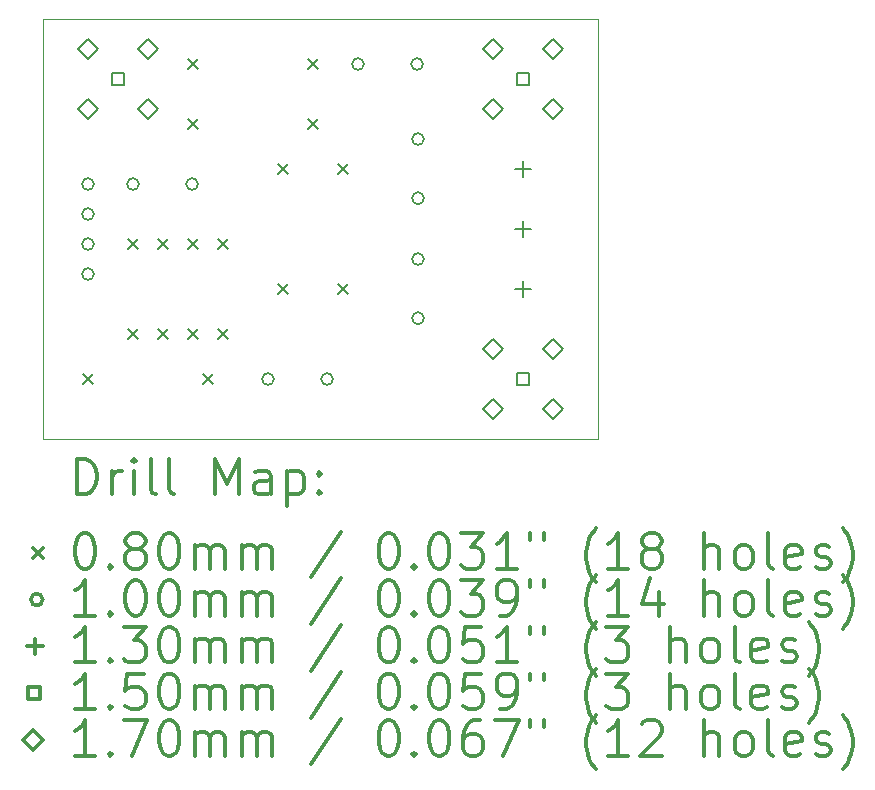
<source format=gbr>
%FSLAX45Y45*%
G04 Gerber Fmt 4.5, Leading zero omitted, Abs format (unit mm)*
G04 Created by KiCad (PCBNEW (5.1.9)-1) date 2021-11-03 21:44:59*
%MOMM*%
%LPD*%
G01*
G04 APERTURE LIST*
%TA.AperFunction,Profile*%
%ADD10C,0.050000*%
%TD*%
%ADD11C,0.200000*%
%ADD12C,0.300000*%
G04 APERTURE END LIST*
D10*
X15240000Y-11811000D02*
X10541000Y-11811000D01*
X15240000Y-15367000D02*
X15240000Y-11811000D01*
X10541000Y-15367000D02*
X15240000Y-15367000D01*
X10541000Y-11811000D02*
X10541000Y-15367000D01*
D11*
X10882000Y-14819000D02*
X10962000Y-14899000D01*
X10962000Y-14819000D02*
X10882000Y-14899000D01*
X11263000Y-13676000D02*
X11343000Y-13756000D01*
X11343000Y-13676000D02*
X11263000Y-13756000D01*
X11263000Y-14438000D02*
X11343000Y-14518000D01*
X11343000Y-14438000D02*
X11263000Y-14518000D01*
X11517000Y-13676000D02*
X11597000Y-13756000D01*
X11597000Y-13676000D02*
X11517000Y-13756000D01*
X11517000Y-14438000D02*
X11597000Y-14518000D01*
X11597000Y-14438000D02*
X11517000Y-14518000D01*
X11771000Y-12152000D02*
X11851000Y-12232000D01*
X11851000Y-12152000D02*
X11771000Y-12232000D01*
X11771000Y-12660000D02*
X11851000Y-12740000D01*
X11851000Y-12660000D02*
X11771000Y-12740000D01*
X11771000Y-13676000D02*
X11851000Y-13756000D01*
X11851000Y-13676000D02*
X11771000Y-13756000D01*
X11771000Y-14438000D02*
X11851000Y-14518000D01*
X11851000Y-14438000D02*
X11771000Y-14518000D01*
X11898000Y-14819000D02*
X11978000Y-14899000D01*
X11978000Y-14819000D02*
X11898000Y-14899000D01*
X12025000Y-13676000D02*
X12105000Y-13756000D01*
X12105000Y-13676000D02*
X12025000Y-13756000D01*
X12025000Y-14438000D02*
X12105000Y-14518000D01*
X12105000Y-14438000D02*
X12025000Y-14518000D01*
X12533000Y-13041000D02*
X12613000Y-13121000D01*
X12613000Y-13041000D02*
X12533000Y-13121000D01*
X12533000Y-14057000D02*
X12613000Y-14137000D01*
X12613000Y-14057000D02*
X12533000Y-14137000D01*
X12787000Y-12152000D02*
X12867000Y-12232000D01*
X12867000Y-12152000D02*
X12787000Y-12232000D01*
X12787000Y-12660000D02*
X12867000Y-12740000D01*
X12867000Y-12660000D02*
X12787000Y-12740000D01*
X13041000Y-13041000D02*
X13121000Y-13121000D01*
X13121000Y-13041000D02*
X13041000Y-13121000D01*
X13041000Y-14057000D02*
X13121000Y-14137000D01*
X13121000Y-14057000D02*
X13041000Y-14137000D01*
X10972000Y-13208000D02*
G75*
G03*
X10972000Y-13208000I-50000J0D01*
G01*
X10972000Y-13462000D02*
G75*
G03*
X10972000Y-13462000I-50000J0D01*
G01*
X10972000Y-13716000D02*
G75*
G03*
X10972000Y-13716000I-50000J0D01*
G01*
X10972000Y-13970000D02*
G75*
G03*
X10972000Y-13970000I-50000J0D01*
G01*
X11353000Y-13208000D02*
G75*
G03*
X11353000Y-13208000I-50000J0D01*
G01*
X11853000Y-13208000D02*
G75*
G03*
X11853000Y-13208000I-50000J0D01*
G01*
X12496000Y-14859000D02*
G75*
G03*
X12496000Y-14859000I-50000J0D01*
G01*
X12996000Y-14859000D02*
G75*
G03*
X12996000Y-14859000I-50000J0D01*
G01*
X13258000Y-12192000D02*
G75*
G03*
X13258000Y-12192000I-50000J0D01*
G01*
X13758000Y-12192000D02*
G75*
G03*
X13758000Y-12192000I-50000J0D01*
G01*
X13766000Y-12827000D02*
G75*
G03*
X13766000Y-12827000I-50000J0D01*
G01*
X13766000Y-13327000D02*
G75*
G03*
X13766000Y-13327000I-50000J0D01*
G01*
X13766000Y-13843000D02*
G75*
G03*
X13766000Y-13843000I-50000J0D01*
G01*
X13766000Y-14343000D02*
G75*
G03*
X13766000Y-14343000I-50000J0D01*
G01*
X14605000Y-13016000D02*
X14605000Y-13146000D01*
X14540000Y-13081000D02*
X14670000Y-13081000D01*
X14605000Y-13524000D02*
X14605000Y-13654000D01*
X14540000Y-13589000D02*
X14670000Y-13589000D01*
X14605000Y-14032000D02*
X14605000Y-14162000D01*
X14540000Y-14097000D02*
X14670000Y-14097000D01*
X11229033Y-12372033D02*
X11229033Y-12265966D01*
X11122967Y-12265966D01*
X11122967Y-12372033D01*
X11229033Y-12372033D01*
X14658033Y-12372033D02*
X14658033Y-12265966D01*
X14551966Y-12265966D01*
X14551966Y-12372033D01*
X14658033Y-12372033D01*
X14658033Y-14912033D02*
X14658033Y-14805966D01*
X14551966Y-14805966D01*
X14551966Y-14912033D01*
X14658033Y-14912033D01*
X10922000Y-12150000D02*
X11007000Y-12065000D01*
X10922000Y-11980000D01*
X10837000Y-12065000D01*
X10922000Y-12150000D01*
X10922000Y-12658000D02*
X11007000Y-12573000D01*
X10922000Y-12488000D01*
X10837000Y-12573000D01*
X10922000Y-12658000D01*
X11430000Y-12150000D02*
X11515000Y-12065000D01*
X11430000Y-11980000D01*
X11345000Y-12065000D01*
X11430000Y-12150000D01*
X11430000Y-12658000D02*
X11515000Y-12573000D01*
X11430000Y-12488000D01*
X11345000Y-12573000D01*
X11430000Y-12658000D01*
X14351000Y-12150000D02*
X14436000Y-12065000D01*
X14351000Y-11980000D01*
X14266000Y-12065000D01*
X14351000Y-12150000D01*
X14351000Y-12658000D02*
X14436000Y-12573000D01*
X14351000Y-12488000D01*
X14266000Y-12573000D01*
X14351000Y-12658000D01*
X14351000Y-14690000D02*
X14436000Y-14605000D01*
X14351000Y-14520000D01*
X14266000Y-14605000D01*
X14351000Y-14690000D01*
X14351000Y-15198000D02*
X14436000Y-15113000D01*
X14351000Y-15028000D01*
X14266000Y-15113000D01*
X14351000Y-15198000D01*
X14859000Y-12150000D02*
X14944000Y-12065000D01*
X14859000Y-11980000D01*
X14774000Y-12065000D01*
X14859000Y-12150000D01*
X14859000Y-12658000D02*
X14944000Y-12573000D01*
X14859000Y-12488000D01*
X14774000Y-12573000D01*
X14859000Y-12658000D01*
X14859000Y-14690000D02*
X14944000Y-14605000D01*
X14859000Y-14520000D01*
X14774000Y-14605000D01*
X14859000Y-14690000D01*
X14859000Y-15198000D02*
X14944000Y-15113000D01*
X14859000Y-15028000D01*
X14774000Y-15113000D01*
X14859000Y-15198000D01*
D12*
X10824928Y-15835214D02*
X10824928Y-15535214D01*
X10896357Y-15535214D01*
X10939214Y-15549500D01*
X10967786Y-15578071D01*
X10982071Y-15606643D01*
X10996357Y-15663786D01*
X10996357Y-15706643D01*
X10982071Y-15763786D01*
X10967786Y-15792357D01*
X10939214Y-15820929D01*
X10896357Y-15835214D01*
X10824928Y-15835214D01*
X11124928Y-15835214D02*
X11124928Y-15635214D01*
X11124928Y-15692357D02*
X11139214Y-15663786D01*
X11153500Y-15649500D01*
X11182071Y-15635214D01*
X11210643Y-15635214D01*
X11310643Y-15835214D02*
X11310643Y-15635214D01*
X11310643Y-15535214D02*
X11296357Y-15549500D01*
X11310643Y-15563786D01*
X11324928Y-15549500D01*
X11310643Y-15535214D01*
X11310643Y-15563786D01*
X11496357Y-15835214D02*
X11467786Y-15820929D01*
X11453500Y-15792357D01*
X11453500Y-15535214D01*
X11653500Y-15835214D02*
X11624928Y-15820929D01*
X11610643Y-15792357D01*
X11610643Y-15535214D01*
X11996357Y-15835214D02*
X11996357Y-15535214D01*
X12096357Y-15749500D01*
X12196357Y-15535214D01*
X12196357Y-15835214D01*
X12467786Y-15835214D02*
X12467786Y-15678071D01*
X12453500Y-15649500D01*
X12424928Y-15635214D01*
X12367786Y-15635214D01*
X12339214Y-15649500D01*
X12467786Y-15820929D02*
X12439214Y-15835214D01*
X12367786Y-15835214D01*
X12339214Y-15820929D01*
X12324928Y-15792357D01*
X12324928Y-15763786D01*
X12339214Y-15735214D01*
X12367786Y-15720929D01*
X12439214Y-15720929D01*
X12467786Y-15706643D01*
X12610643Y-15635214D02*
X12610643Y-15935214D01*
X12610643Y-15649500D02*
X12639214Y-15635214D01*
X12696357Y-15635214D01*
X12724928Y-15649500D01*
X12739214Y-15663786D01*
X12753500Y-15692357D01*
X12753500Y-15778071D01*
X12739214Y-15806643D01*
X12724928Y-15820929D01*
X12696357Y-15835214D01*
X12639214Y-15835214D01*
X12610643Y-15820929D01*
X12882071Y-15806643D02*
X12896357Y-15820929D01*
X12882071Y-15835214D01*
X12867786Y-15820929D01*
X12882071Y-15806643D01*
X12882071Y-15835214D01*
X12882071Y-15649500D02*
X12896357Y-15663786D01*
X12882071Y-15678071D01*
X12867786Y-15663786D01*
X12882071Y-15649500D01*
X12882071Y-15678071D01*
X10458500Y-16289500D02*
X10538500Y-16369500D01*
X10538500Y-16289500D02*
X10458500Y-16369500D01*
X10882071Y-16165214D02*
X10910643Y-16165214D01*
X10939214Y-16179500D01*
X10953500Y-16193786D01*
X10967786Y-16222357D01*
X10982071Y-16279500D01*
X10982071Y-16350929D01*
X10967786Y-16408071D01*
X10953500Y-16436643D01*
X10939214Y-16450929D01*
X10910643Y-16465214D01*
X10882071Y-16465214D01*
X10853500Y-16450929D01*
X10839214Y-16436643D01*
X10824928Y-16408071D01*
X10810643Y-16350929D01*
X10810643Y-16279500D01*
X10824928Y-16222357D01*
X10839214Y-16193786D01*
X10853500Y-16179500D01*
X10882071Y-16165214D01*
X11110643Y-16436643D02*
X11124928Y-16450929D01*
X11110643Y-16465214D01*
X11096357Y-16450929D01*
X11110643Y-16436643D01*
X11110643Y-16465214D01*
X11296357Y-16293786D02*
X11267786Y-16279500D01*
X11253500Y-16265214D01*
X11239214Y-16236643D01*
X11239214Y-16222357D01*
X11253500Y-16193786D01*
X11267786Y-16179500D01*
X11296357Y-16165214D01*
X11353500Y-16165214D01*
X11382071Y-16179500D01*
X11396357Y-16193786D01*
X11410643Y-16222357D01*
X11410643Y-16236643D01*
X11396357Y-16265214D01*
X11382071Y-16279500D01*
X11353500Y-16293786D01*
X11296357Y-16293786D01*
X11267786Y-16308071D01*
X11253500Y-16322357D01*
X11239214Y-16350929D01*
X11239214Y-16408071D01*
X11253500Y-16436643D01*
X11267786Y-16450929D01*
X11296357Y-16465214D01*
X11353500Y-16465214D01*
X11382071Y-16450929D01*
X11396357Y-16436643D01*
X11410643Y-16408071D01*
X11410643Y-16350929D01*
X11396357Y-16322357D01*
X11382071Y-16308071D01*
X11353500Y-16293786D01*
X11596357Y-16165214D02*
X11624928Y-16165214D01*
X11653500Y-16179500D01*
X11667786Y-16193786D01*
X11682071Y-16222357D01*
X11696357Y-16279500D01*
X11696357Y-16350929D01*
X11682071Y-16408071D01*
X11667786Y-16436643D01*
X11653500Y-16450929D01*
X11624928Y-16465214D01*
X11596357Y-16465214D01*
X11567786Y-16450929D01*
X11553500Y-16436643D01*
X11539214Y-16408071D01*
X11524928Y-16350929D01*
X11524928Y-16279500D01*
X11539214Y-16222357D01*
X11553500Y-16193786D01*
X11567786Y-16179500D01*
X11596357Y-16165214D01*
X11824928Y-16465214D02*
X11824928Y-16265214D01*
X11824928Y-16293786D02*
X11839214Y-16279500D01*
X11867786Y-16265214D01*
X11910643Y-16265214D01*
X11939214Y-16279500D01*
X11953500Y-16308071D01*
X11953500Y-16465214D01*
X11953500Y-16308071D02*
X11967786Y-16279500D01*
X11996357Y-16265214D01*
X12039214Y-16265214D01*
X12067786Y-16279500D01*
X12082071Y-16308071D01*
X12082071Y-16465214D01*
X12224928Y-16465214D02*
X12224928Y-16265214D01*
X12224928Y-16293786D02*
X12239214Y-16279500D01*
X12267786Y-16265214D01*
X12310643Y-16265214D01*
X12339214Y-16279500D01*
X12353500Y-16308071D01*
X12353500Y-16465214D01*
X12353500Y-16308071D02*
X12367786Y-16279500D01*
X12396357Y-16265214D01*
X12439214Y-16265214D01*
X12467786Y-16279500D01*
X12482071Y-16308071D01*
X12482071Y-16465214D01*
X13067786Y-16150929D02*
X12810643Y-16536643D01*
X13453500Y-16165214D02*
X13482071Y-16165214D01*
X13510643Y-16179500D01*
X13524928Y-16193786D01*
X13539214Y-16222357D01*
X13553500Y-16279500D01*
X13553500Y-16350929D01*
X13539214Y-16408071D01*
X13524928Y-16436643D01*
X13510643Y-16450929D01*
X13482071Y-16465214D01*
X13453500Y-16465214D01*
X13424928Y-16450929D01*
X13410643Y-16436643D01*
X13396357Y-16408071D01*
X13382071Y-16350929D01*
X13382071Y-16279500D01*
X13396357Y-16222357D01*
X13410643Y-16193786D01*
X13424928Y-16179500D01*
X13453500Y-16165214D01*
X13682071Y-16436643D02*
X13696357Y-16450929D01*
X13682071Y-16465214D01*
X13667786Y-16450929D01*
X13682071Y-16436643D01*
X13682071Y-16465214D01*
X13882071Y-16165214D02*
X13910643Y-16165214D01*
X13939214Y-16179500D01*
X13953500Y-16193786D01*
X13967786Y-16222357D01*
X13982071Y-16279500D01*
X13982071Y-16350929D01*
X13967786Y-16408071D01*
X13953500Y-16436643D01*
X13939214Y-16450929D01*
X13910643Y-16465214D01*
X13882071Y-16465214D01*
X13853500Y-16450929D01*
X13839214Y-16436643D01*
X13824928Y-16408071D01*
X13810643Y-16350929D01*
X13810643Y-16279500D01*
X13824928Y-16222357D01*
X13839214Y-16193786D01*
X13853500Y-16179500D01*
X13882071Y-16165214D01*
X14082071Y-16165214D02*
X14267786Y-16165214D01*
X14167786Y-16279500D01*
X14210643Y-16279500D01*
X14239214Y-16293786D01*
X14253500Y-16308071D01*
X14267786Y-16336643D01*
X14267786Y-16408071D01*
X14253500Y-16436643D01*
X14239214Y-16450929D01*
X14210643Y-16465214D01*
X14124928Y-16465214D01*
X14096357Y-16450929D01*
X14082071Y-16436643D01*
X14553500Y-16465214D02*
X14382071Y-16465214D01*
X14467786Y-16465214D02*
X14467786Y-16165214D01*
X14439214Y-16208071D01*
X14410643Y-16236643D01*
X14382071Y-16250929D01*
X14667786Y-16165214D02*
X14667786Y-16222357D01*
X14782071Y-16165214D02*
X14782071Y-16222357D01*
X15224928Y-16579500D02*
X15210643Y-16565214D01*
X15182071Y-16522357D01*
X15167786Y-16493786D01*
X15153500Y-16450929D01*
X15139214Y-16379500D01*
X15139214Y-16322357D01*
X15153500Y-16250929D01*
X15167786Y-16208071D01*
X15182071Y-16179500D01*
X15210643Y-16136643D01*
X15224928Y-16122357D01*
X15496357Y-16465214D02*
X15324928Y-16465214D01*
X15410643Y-16465214D02*
X15410643Y-16165214D01*
X15382071Y-16208071D01*
X15353500Y-16236643D01*
X15324928Y-16250929D01*
X15667786Y-16293786D02*
X15639214Y-16279500D01*
X15624928Y-16265214D01*
X15610643Y-16236643D01*
X15610643Y-16222357D01*
X15624928Y-16193786D01*
X15639214Y-16179500D01*
X15667786Y-16165214D01*
X15724928Y-16165214D01*
X15753500Y-16179500D01*
X15767786Y-16193786D01*
X15782071Y-16222357D01*
X15782071Y-16236643D01*
X15767786Y-16265214D01*
X15753500Y-16279500D01*
X15724928Y-16293786D01*
X15667786Y-16293786D01*
X15639214Y-16308071D01*
X15624928Y-16322357D01*
X15610643Y-16350929D01*
X15610643Y-16408071D01*
X15624928Y-16436643D01*
X15639214Y-16450929D01*
X15667786Y-16465214D01*
X15724928Y-16465214D01*
X15753500Y-16450929D01*
X15767786Y-16436643D01*
X15782071Y-16408071D01*
X15782071Y-16350929D01*
X15767786Y-16322357D01*
X15753500Y-16308071D01*
X15724928Y-16293786D01*
X16139214Y-16465214D02*
X16139214Y-16165214D01*
X16267786Y-16465214D02*
X16267786Y-16308071D01*
X16253500Y-16279500D01*
X16224928Y-16265214D01*
X16182071Y-16265214D01*
X16153500Y-16279500D01*
X16139214Y-16293786D01*
X16453500Y-16465214D02*
X16424928Y-16450929D01*
X16410643Y-16436643D01*
X16396357Y-16408071D01*
X16396357Y-16322357D01*
X16410643Y-16293786D01*
X16424928Y-16279500D01*
X16453500Y-16265214D01*
X16496357Y-16265214D01*
X16524928Y-16279500D01*
X16539214Y-16293786D01*
X16553500Y-16322357D01*
X16553500Y-16408071D01*
X16539214Y-16436643D01*
X16524928Y-16450929D01*
X16496357Y-16465214D01*
X16453500Y-16465214D01*
X16724928Y-16465214D02*
X16696357Y-16450929D01*
X16682071Y-16422357D01*
X16682071Y-16165214D01*
X16953500Y-16450929D02*
X16924928Y-16465214D01*
X16867786Y-16465214D01*
X16839214Y-16450929D01*
X16824928Y-16422357D01*
X16824928Y-16308071D01*
X16839214Y-16279500D01*
X16867786Y-16265214D01*
X16924928Y-16265214D01*
X16953500Y-16279500D01*
X16967786Y-16308071D01*
X16967786Y-16336643D01*
X16824928Y-16365214D01*
X17082071Y-16450929D02*
X17110643Y-16465214D01*
X17167786Y-16465214D01*
X17196357Y-16450929D01*
X17210643Y-16422357D01*
X17210643Y-16408071D01*
X17196357Y-16379500D01*
X17167786Y-16365214D01*
X17124928Y-16365214D01*
X17096357Y-16350929D01*
X17082071Y-16322357D01*
X17082071Y-16308071D01*
X17096357Y-16279500D01*
X17124928Y-16265214D01*
X17167786Y-16265214D01*
X17196357Y-16279500D01*
X17310643Y-16579500D02*
X17324928Y-16565214D01*
X17353500Y-16522357D01*
X17367786Y-16493786D01*
X17382071Y-16450929D01*
X17396357Y-16379500D01*
X17396357Y-16322357D01*
X17382071Y-16250929D01*
X17367786Y-16208071D01*
X17353500Y-16179500D01*
X17324928Y-16136643D01*
X17310643Y-16122357D01*
X10538500Y-16725500D02*
G75*
G03*
X10538500Y-16725500I-50000J0D01*
G01*
X10982071Y-16861214D02*
X10810643Y-16861214D01*
X10896357Y-16861214D02*
X10896357Y-16561214D01*
X10867786Y-16604071D01*
X10839214Y-16632643D01*
X10810643Y-16646929D01*
X11110643Y-16832643D02*
X11124928Y-16846929D01*
X11110643Y-16861214D01*
X11096357Y-16846929D01*
X11110643Y-16832643D01*
X11110643Y-16861214D01*
X11310643Y-16561214D02*
X11339214Y-16561214D01*
X11367786Y-16575500D01*
X11382071Y-16589786D01*
X11396357Y-16618357D01*
X11410643Y-16675500D01*
X11410643Y-16746929D01*
X11396357Y-16804072D01*
X11382071Y-16832643D01*
X11367786Y-16846929D01*
X11339214Y-16861214D01*
X11310643Y-16861214D01*
X11282071Y-16846929D01*
X11267786Y-16832643D01*
X11253500Y-16804072D01*
X11239214Y-16746929D01*
X11239214Y-16675500D01*
X11253500Y-16618357D01*
X11267786Y-16589786D01*
X11282071Y-16575500D01*
X11310643Y-16561214D01*
X11596357Y-16561214D02*
X11624928Y-16561214D01*
X11653500Y-16575500D01*
X11667786Y-16589786D01*
X11682071Y-16618357D01*
X11696357Y-16675500D01*
X11696357Y-16746929D01*
X11682071Y-16804072D01*
X11667786Y-16832643D01*
X11653500Y-16846929D01*
X11624928Y-16861214D01*
X11596357Y-16861214D01*
X11567786Y-16846929D01*
X11553500Y-16832643D01*
X11539214Y-16804072D01*
X11524928Y-16746929D01*
X11524928Y-16675500D01*
X11539214Y-16618357D01*
X11553500Y-16589786D01*
X11567786Y-16575500D01*
X11596357Y-16561214D01*
X11824928Y-16861214D02*
X11824928Y-16661214D01*
X11824928Y-16689786D02*
X11839214Y-16675500D01*
X11867786Y-16661214D01*
X11910643Y-16661214D01*
X11939214Y-16675500D01*
X11953500Y-16704071D01*
X11953500Y-16861214D01*
X11953500Y-16704071D02*
X11967786Y-16675500D01*
X11996357Y-16661214D01*
X12039214Y-16661214D01*
X12067786Y-16675500D01*
X12082071Y-16704071D01*
X12082071Y-16861214D01*
X12224928Y-16861214D02*
X12224928Y-16661214D01*
X12224928Y-16689786D02*
X12239214Y-16675500D01*
X12267786Y-16661214D01*
X12310643Y-16661214D01*
X12339214Y-16675500D01*
X12353500Y-16704071D01*
X12353500Y-16861214D01*
X12353500Y-16704071D02*
X12367786Y-16675500D01*
X12396357Y-16661214D01*
X12439214Y-16661214D01*
X12467786Y-16675500D01*
X12482071Y-16704071D01*
X12482071Y-16861214D01*
X13067786Y-16546929D02*
X12810643Y-16932643D01*
X13453500Y-16561214D02*
X13482071Y-16561214D01*
X13510643Y-16575500D01*
X13524928Y-16589786D01*
X13539214Y-16618357D01*
X13553500Y-16675500D01*
X13553500Y-16746929D01*
X13539214Y-16804072D01*
X13524928Y-16832643D01*
X13510643Y-16846929D01*
X13482071Y-16861214D01*
X13453500Y-16861214D01*
X13424928Y-16846929D01*
X13410643Y-16832643D01*
X13396357Y-16804072D01*
X13382071Y-16746929D01*
X13382071Y-16675500D01*
X13396357Y-16618357D01*
X13410643Y-16589786D01*
X13424928Y-16575500D01*
X13453500Y-16561214D01*
X13682071Y-16832643D02*
X13696357Y-16846929D01*
X13682071Y-16861214D01*
X13667786Y-16846929D01*
X13682071Y-16832643D01*
X13682071Y-16861214D01*
X13882071Y-16561214D02*
X13910643Y-16561214D01*
X13939214Y-16575500D01*
X13953500Y-16589786D01*
X13967786Y-16618357D01*
X13982071Y-16675500D01*
X13982071Y-16746929D01*
X13967786Y-16804072D01*
X13953500Y-16832643D01*
X13939214Y-16846929D01*
X13910643Y-16861214D01*
X13882071Y-16861214D01*
X13853500Y-16846929D01*
X13839214Y-16832643D01*
X13824928Y-16804072D01*
X13810643Y-16746929D01*
X13810643Y-16675500D01*
X13824928Y-16618357D01*
X13839214Y-16589786D01*
X13853500Y-16575500D01*
X13882071Y-16561214D01*
X14082071Y-16561214D02*
X14267786Y-16561214D01*
X14167786Y-16675500D01*
X14210643Y-16675500D01*
X14239214Y-16689786D01*
X14253500Y-16704071D01*
X14267786Y-16732643D01*
X14267786Y-16804072D01*
X14253500Y-16832643D01*
X14239214Y-16846929D01*
X14210643Y-16861214D01*
X14124928Y-16861214D01*
X14096357Y-16846929D01*
X14082071Y-16832643D01*
X14410643Y-16861214D02*
X14467786Y-16861214D01*
X14496357Y-16846929D01*
X14510643Y-16832643D01*
X14539214Y-16789786D01*
X14553500Y-16732643D01*
X14553500Y-16618357D01*
X14539214Y-16589786D01*
X14524928Y-16575500D01*
X14496357Y-16561214D01*
X14439214Y-16561214D01*
X14410643Y-16575500D01*
X14396357Y-16589786D01*
X14382071Y-16618357D01*
X14382071Y-16689786D01*
X14396357Y-16718357D01*
X14410643Y-16732643D01*
X14439214Y-16746929D01*
X14496357Y-16746929D01*
X14524928Y-16732643D01*
X14539214Y-16718357D01*
X14553500Y-16689786D01*
X14667786Y-16561214D02*
X14667786Y-16618357D01*
X14782071Y-16561214D02*
X14782071Y-16618357D01*
X15224928Y-16975500D02*
X15210643Y-16961214D01*
X15182071Y-16918357D01*
X15167786Y-16889786D01*
X15153500Y-16846929D01*
X15139214Y-16775500D01*
X15139214Y-16718357D01*
X15153500Y-16646929D01*
X15167786Y-16604071D01*
X15182071Y-16575500D01*
X15210643Y-16532643D01*
X15224928Y-16518357D01*
X15496357Y-16861214D02*
X15324928Y-16861214D01*
X15410643Y-16861214D02*
X15410643Y-16561214D01*
X15382071Y-16604071D01*
X15353500Y-16632643D01*
X15324928Y-16646929D01*
X15753500Y-16661214D02*
X15753500Y-16861214D01*
X15682071Y-16546929D02*
X15610643Y-16761214D01*
X15796357Y-16761214D01*
X16139214Y-16861214D02*
X16139214Y-16561214D01*
X16267786Y-16861214D02*
X16267786Y-16704071D01*
X16253500Y-16675500D01*
X16224928Y-16661214D01*
X16182071Y-16661214D01*
X16153500Y-16675500D01*
X16139214Y-16689786D01*
X16453500Y-16861214D02*
X16424928Y-16846929D01*
X16410643Y-16832643D01*
X16396357Y-16804072D01*
X16396357Y-16718357D01*
X16410643Y-16689786D01*
X16424928Y-16675500D01*
X16453500Y-16661214D01*
X16496357Y-16661214D01*
X16524928Y-16675500D01*
X16539214Y-16689786D01*
X16553500Y-16718357D01*
X16553500Y-16804072D01*
X16539214Y-16832643D01*
X16524928Y-16846929D01*
X16496357Y-16861214D01*
X16453500Y-16861214D01*
X16724928Y-16861214D02*
X16696357Y-16846929D01*
X16682071Y-16818357D01*
X16682071Y-16561214D01*
X16953500Y-16846929D02*
X16924928Y-16861214D01*
X16867786Y-16861214D01*
X16839214Y-16846929D01*
X16824928Y-16818357D01*
X16824928Y-16704071D01*
X16839214Y-16675500D01*
X16867786Y-16661214D01*
X16924928Y-16661214D01*
X16953500Y-16675500D01*
X16967786Y-16704071D01*
X16967786Y-16732643D01*
X16824928Y-16761214D01*
X17082071Y-16846929D02*
X17110643Y-16861214D01*
X17167786Y-16861214D01*
X17196357Y-16846929D01*
X17210643Y-16818357D01*
X17210643Y-16804072D01*
X17196357Y-16775500D01*
X17167786Y-16761214D01*
X17124928Y-16761214D01*
X17096357Y-16746929D01*
X17082071Y-16718357D01*
X17082071Y-16704071D01*
X17096357Y-16675500D01*
X17124928Y-16661214D01*
X17167786Y-16661214D01*
X17196357Y-16675500D01*
X17310643Y-16975500D02*
X17324928Y-16961214D01*
X17353500Y-16918357D01*
X17367786Y-16889786D01*
X17382071Y-16846929D01*
X17396357Y-16775500D01*
X17396357Y-16718357D01*
X17382071Y-16646929D01*
X17367786Y-16604071D01*
X17353500Y-16575500D01*
X17324928Y-16532643D01*
X17310643Y-16518357D01*
X10473500Y-17056500D02*
X10473500Y-17186500D01*
X10408500Y-17121500D02*
X10538500Y-17121500D01*
X10982071Y-17257214D02*
X10810643Y-17257214D01*
X10896357Y-17257214D02*
X10896357Y-16957214D01*
X10867786Y-17000072D01*
X10839214Y-17028643D01*
X10810643Y-17042929D01*
X11110643Y-17228643D02*
X11124928Y-17242929D01*
X11110643Y-17257214D01*
X11096357Y-17242929D01*
X11110643Y-17228643D01*
X11110643Y-17257214D01*
X11224928Y-16957214D02*
X11410643Y-16957214D01*
X11310643Y-17071500D01*
X11353500Y-17071500D01*
X11382071Y-17085786D01*
X11396357Y-17100072D01*
X11410643Y-17128643D01*
X11410643Y-17200072D01*
X11396357Y-17228643D01*
X11382071Y-17242929D01*
X11353500Y-17257214D01*
X11267786Y-17257214D01*
X11239214Y-17242929D01*
X11224928Y-17228643D01*
X11596357Y-16957214D02*
X11624928Y-16957214D01*
X11653500Y-16971500D01*
X11667786Y-16985786D01*
X11682071Y-17014357D01*
X11696357Y-17071500D01*
X11696357Y-17142929D01*
X11682071Y-17200072D01*
X11667786Y-17228643D01*
X11653500Y-17242929D01*
X11624928Y-17257214D01*
X11596357Y-17257214D01*
X11567786Y-17242929D01*
X11553500Y-17228643D01*
X11539214Y-17200072D01*
X11524928Y-17142929D01*
X11524928Y-17071500D01*
X11539214Y-17014357D01*
X11553500Y-16985786D01*
X11567786Y-16971500D01*
X11596357Y-16957214D01*
X11824928Y-17257214D02*
X11824928Y-17057214D01*
X11824928Y-17085786D02*
X11839214Y-17071500D01*
X11867786Y-17057214D01*
X11910643Y-17057214D01*
X11939214Y-17071500D01*
X11953500Y-17100072D01*
X11953500Y-17257214D01*
X11953500Y-17100072D02*
X11967786Y-17071500D01*
X11996357Y-17057214D01*
X12039214Y-17057214D01*
X12067786Y-17071500D01*
X12082071Y-17100072D01*
X12082071Y-17257214D01*
X12224928Y-17257214D02*
X12224928Y-17057214D01*
X12224928Y-17085786D02*
X12239214Y-17071500D01*
X12267786Y-17057214D01*
X12310643Y-17057214D01*
X12339214Y-17071500D01*
X12353500Y-17100072D01*
X12353500Y-17257214D01*
X12353500Y-17100072D02*
X12367786Y-17071500D01*
X12396357Y-17057214D01*
X12439214Y-17057214D01*
X12467786Y-17071500D01*
X12482071Y-17100072D01*
X12482071Y-17257214D01*
X13067786Y-16942929D02*
X12810643Y-17328643D01*
X13453500Y-16957214D02*
X13482071Y-16957214D01*
X13510643Y-16971500D01*
X13524928Y-16985786D01*
X13539214Y-17014357D01*
X13553500Y-17071500D01*
X13553500Y-17142929D01*
X13539214Y-17200072D01*
X13524928Y-17228643D01*
X13510643Y-17242929D01*
X13482071Y-17257214D01*
X13453500Y-17257214D01*
X13424928Y-17242929D01*
X13410643Y-17228643D01*
X13396357Y-17200072D01*
X13382071Y-17142929D01*
X13382071Y-17071500D01*
X13396357Y-17014357D01*
X13410643Y-16985786D01*
X13424928Y-16971500D01*
X13453500Y-16957214D01*
X13682071Y-17228643D02*
X13696357Y-17242929D01*
X13682071Y-17257214D01*
X13667786Y-17242929D01*
X13682071Y-17228643D01*
X13682071Y-17257214D01*
X13882071Y-16957214D02*
X13910643Y-16957214D01*
X13939214Y-16971500D01*
X13953500Y-16985786D01*
X13967786Y-17014357D01*
X13982071Y-17071500D01*
X13982071Y-17142929D01*
X13967786Y-17200072D01*
X13953500Y-17228643D01*
X13939214Y-17242929D01*
X13910643Y-17257214D01*
X13882071Y-17257214D01*
X13853500Y-17242929D01*
X13839214Y-17228643D01*
X13824928Y-17200072D01*
X13810643Y-17142929D01*
X13810643Y-17071500D01*
X13824928Y-17014357D01*
X13839214Y-16985786D01*
X13853500Y-16971500D01*
X13882071Y-16957214D01*
X14253500Y-16957214D02*
X14110643Y-16957214D01*
X14096357Y-17100072D01*
X14110643Y-17085786D01*
X14139214Y-17071500D01*
X14210643Y-17071500D01*
X14239214Y-17085786D01*
X14253500Y-17100072D01*
X14267786Y-17128643D01*
X14267786Y-17200072D01*
X14253500Y-17228643D01*
X14239214Y-17242929D01*
X14210643Y-17257214D01*
X14139214Y-17257214D01*
X14110643Y-17242929D01*
X14096357Y-17228643D01*
X14553500Y-17257214D02*
X14382071Y-17257214D01*
X14467786Y-17257214D02*
X14467786Y-16957214D01*
X14439214Y-17000072D01*
X14410643Y-17028643D01*
X14382071Y-17042929D01*
X14667786Y-16957214D02*
X14667786Y-17014357D01*
X14782071Y-16957214D02*
X14782071Y-17014357D01*
X15224928Y-17371500D02*
X15210643Y-17357214D01*
X15182071Y-17314357D01*
X15167786Y-17285786D01*
X15153500Y-17242929D01*
X15139214Y-17171500D01*
X15139214Y-17114357D01*
X15153500Y-17042929D01*
X15167786Y-17000072D01*
X15182071Y-16971500D01*
X15210643Y-16928643D01*
X15224928Y-16914357D01*
X15310643Y-16957214D02*
X15496357Y-16957214D01*
X15396357Y-17071500D01*
X15439214Y-17071500D01*
X15467786Y-17085786D01*
X15482071Y-17100072D01*
X15496357Y-17128643D01*
X15496357Y-17200072D01*
X15482071Y-17228643D01*
X15467786Y-17242929D01*
X15439214Y-17257214D01*
X15353500Y-17257214D01*
X15324928Y-17242929D01*
X15310643Y-17228643D01*
X15853500Y-17257214D02*
X15853500Y-16957214D01*
X15982071Y-17257214D02*
X15982071Y-17100072D01*
X15967786Y-17071500D01*
X15939214Y-17057214D01*
X15896357Y-17057214D01*
X15867786Y-17071500D01*
X15853500Y-17085786D01*
X16167786Y-17257214D02*
X16139214Y-17242929D01*
X16124928Y-17228643D01*
X16110643Y-17200072D01*
X16110643Y-17114357D01*
X16124928Y-17085786D01*
X16139214Y-17071500D01*
X16167786Y-17057214D01*
X16210643Y-17057214D01*
X16239214Y-17071500D01*
X16253500Y-17085786D01*
X16267786Y-17114357D01*
X16267786Y-17200072D01*
X16253500Y-17228643D01*
X16239214Y-17242929D01*
X16210643Y-17257214D01*
X16167786Y-17257214D01*
X16439214Y-17257214D02*
X16410643Y-17242929D01*
X16396357Y-17214357D01*
X16396357Y-16957214D01*
X16667786Y-17242929D02*
X16639214Y-17257214D01*
X16582071Y-17257214D01*
X16553500Y-17242929D01*
X16539214Y-17214357D01*
X16539214Y-17100072D01*
X16553500Y-17071500D01*
X16582071Y-17057214D01*
X16639214Y-17057214D01*
X16667786Y-17071500D01*
X16682071Y-17100072D01*
X16682071Y-17128643D01*
X16539214Y-17157214D01*
X16796357Y-17242929D02*
X16824928Y-17257214D01*
X16882071Y-17257214D01*
X16910643Y-17242929D01*
X16924928Y-17214357D01*
X16924928Y-17200072D01*
X16910643Y-17171500D01*
X16882071Y-17157214D01*
X16839214Y-17157214D01*
X16810643Y-17142929D01*
X16796357Y-17114357D01*
X16796357Y-17100072D01*
X16810643Y-17071500D01*
X16839214Y-17057214D01*
X16882071Y-17057214D01*
X16910643Y-17071500D01*
X17024928Y-17371500D02*
X17039214Y-17357214D01*
X17067786Y-17314357D01*
X17082071Y-17285786D01*
X17096357Y-17242929D01*
X17110643Y-17171500D01*
X17110643Y-17114357D01*
X17096357Y-17042929D01*
X17082071Y-17000072D01*
X17067786Y-16971500D01*
X17039214Y-16928643D01*
X17024928Y-16914357D01*
X10516533Y-17570534D02*
X10516533Y-17464467D01*
X10410466Y-17464467D01*
X10410466Y-17570534D01*
X10516533Y-17570534D01*
X10982071Y-17653214D02*
X10810643Y-17653214D01*
X10896357Y-17653214D02*
X10896357Y-17353214D01*
X10867786Y-17396072D01*
X10839214Y-17424643D01*
X10810643Y-17438929D01*
X11110643Y-17624643D02*
X11124928Y-17638929D01*
X11110643Y-17653214D01*
X11096357Y-17638929D01*
X11110643Y-17624643D01*
X11110643Y-17653214D01*
X11396357Y-17353214D02*
X11253500Y-17353214D01*
X11239214Y-17496072D01*
X11253500Y-17481786D01*
X11282071Y-17467500D01*
X11353500Y-17467500D01*
X11382071Y-17481786D01*
X11396357Y-17496072D01*
X11410643Y-17524643D01*
X11410643Y-17596072D01*
X11396357Y-17624643D01*
X11382071Y-17638929D01*
X11353500Y-17653214D01*
X11282071Y-17653214D01*
X11253500Y-17638929D01*
X11239214Y-17624643D01*
X11596357Y-17353214D02*
X11624928Y-17353214D01*
X11653500Y-17367500D01*
X11667786Y-17381786D01*
X11682071Y-17410357D01*
X11696357Y-17467500D01*
X11696357Y-17538929D01*
X11682071Y-17596072D01*
X11667786Y-17624643D01*
X11653500Y-17638929D01*
X11624928Y-17653214D01*
X11596357Y-17653214D01*
X11567786Y-17638929D01*
X11553500Y-17624643D01*
X11539214Y-17596072D01*
X11524928Y-17538929D01*
X11524928Y-17467500D01*
X11539214Y-17410357D01*
X11553500Y-17381786D01*
X11567786Y-17367500D01*
X11596357Y-17353214D01*
X11824928Y-17653214D02*
X11824928Y-17453214D01*
X11824928Y-17481786D02*
X11839214Y-17467500D01*
X11867786Y-17453214D01*
X11910643Y-17453214D01*
X11939214Y-17467500D01*
X11953500Y-17496072D01*
X11953500Y-17653214D01*
X11953500Y-17496072D02*
X11967786Y-17467500D01*
X11996357Y-17453214D01*
X12039214Y-17453214D01*
X12067786Y-17467500D01*
X12082071Y-17496072D01*
X12082071Y-17653214D01*
X12224928Y-17653214D02*
X12224928Y-17453214D01*
X12224928Y-17481786D02*
X12239214Y-17467500D01*
X12267786Y-17453214D01*
X12310643Y-17453214D01*
X12339214Y-17467500D01*
X12353500Y-17496072D01*
X12353500Y-17653214D01*
X12353500Y-17496072D02*
X12367786Y-17467500D01*
X12396357Y-17453214D01*
X12439214Y-17453214D01*
X12467786Y-17467500D01*
X12482071Y-17496072D01*
X12482071Y-17653214D01*
X13067786Y-17338929D02*
X12810643Y-17724643D01*
X13453500Y-17353214D02*
X13482071Y-17353214D01*
X13510643Y-17367500D01*
X13524928Y-17381786D01*
X13539214Y-17410357D01*
X13553500Y-17467500D01*
X13553500Y-17538929D01*
X13539214Y-17596072D01*
X13524928Y-17624643D01*
X13510643Y-17638929D01*
X13482071Y-17653214D01*
X13453500Y-17653214D01*
X13424928Y-17638929D01*
X13410643Y-17624643D01*
X13396357Y-17596072D01*
X13382071Y-17538929D01*
X13382071Y-17467500D01*
X13396357Y-17410357D01*
X13410643Y-17381786D01*
X13424928Y-17367500D01*
X13453500Y-17353214D01*
X13682071Y-17624643D02*
X13696357Y-17638929D01*
X13682071Y-17653214D01*
X13667786Y-17638929D01*
X13682071Y-17624643D01*
X13682071Y-17653214D01*
X13882071Y-17353214D02*
X13910643Y-17353214D01*
X13939214Y-17367500D01*
X13953500Y-17381786D01*
X13967786Y-17410357D01*
X13982071Y-17467500D01*
X13982071Y-17538929D01*
X13967786Y-17596072D01*
X13953500Y-17624643D01*
X13939214Y-17638929D01*
X13910643Y-17653214D01*
X13882071Y-17653214D01*
X13853500Y-17638929D01*
X13839214Y-17624643D01*
X13824928Y-17596072D01*
X13810643Y-17538929D01*
X13810643Y-17467500D01*
X13824928Y-17410357D01*
X13839214Y-17381786D01*
X13853500Y-17367500D01*
X13882071Y-17353214D01*
X14253500Y-17353214D02*
X14110643Y-17353214D01*
X14096357Y-17496072D01*
X14110643Y-17481786D01*
X14139214Y-17467500D01*
X14210643Y-17467500D01*
X14239214Y-17481786D01*
X14253500Y-17496072D01*
X14267786Y-17524643D01*
X14267786Y-17596072D01*
X14253500Y-17624643D01*
X14239214Y-17638929D01*
X14210643Y-17653214D01*
X14139214Y-17653214D01*
X14110643Y-17638929D01*
X14096357Y-17624643D01*
X14410643Y-17653214D02*
X14467786Y-17653214D01*
X14496357Y-17638929D01*
X14510643Y-17624643D01*
X14539214Y-17581786D01*
X14553500Y-17524643D01*
X14553500Y-17410357D01*
X14539214Y-17381786D01*
X14524928Y-17367500D01*
X14496357Y-17353214D01*
X14439214Y-17353214D01*
X14410643Y-17367500D01*
X14396357Y-17381786D01*
X14382071Y-17410357D01*
X14382071Y-17481786D01*
X14396357Y-17510357D01*
X14410643Y-17524643D01*
X14439214Y-17538929D01*
X14496357Y-17538929D01*
X14524928Y-17524643D01*
X14539214Y-17510357D01*
X14553500Y-17481786D01*
X14667786Y-17353214D02*
X14667786Y-17410357D01*
X14782071Y-17353214D02*
X14782071Y-17410357D01*
X15224928Y-17767500D02*
X15210643Y-17753214D01*
X15182071Y-17710357D01*
X15167786Y-17681786D01*
X15153500Y-17638929D01*
X15139214Y-17567500D01*
X15139214Y-17510357D01*
X15153500Y-17438929D01*
X15167786Y-17396072D01*
X15182071Y-17367500D01*
X15210643Y-17324643D01*
X15224928Y-17310357D01*
X15310643Y-17353214D02*
X15496357Y-17353214D01*
X15396357Y-17467500D01*
X15439214Y-17467500D01*
X15467786Y-17481786D01*
X15482071Y-17496072D01*
X15496357Y-17524643D01*
X15496357Y-17596072D01*
X15482071Y-17624643D01*
X15467786Y-17638929D01*
X15439214Y-17653214D01*
X15353500Y-17653214D01*
X15324928Y-17638929D01*
X15310643Y-17624643D01*
X15853500Y-17653214D02*
X15853500Y-17353214D01*
X15982071Y-17653214D02*
X15982071Y-17496072D01*
X15967786Y-17467500D01*
X15939214Y-17453214D01*
X15896357Y-17453214D01*
X15867786Y-17467500D01*
X15853500Y-17481786D01*
X16167786Y-17653214D02*
X16139214Y-17638929D01*
X16124928Y-17624643D01*
X16110643Y-17596072D01*
X16110643Y-17510357D01*
X16124928Y-17481786D01*
X16139214Y-17467500D01*
X16167786Y-17453214D01*
X16210643Y-17453214D01*
X16239214Y-17467500D01*
X16253500Y-17481786D01*
X16267786Y-17510357D01*
X16267786Y-17596072D01*
X16253500Y-17624643D01*
X16239214Y-17638929D01*
X16210643Y-17653214D01*
X16167786Y-17653214D01*
X16439214Y-17653214D02*
X16410643Y-17638929D01*
X16396357Y-17610357D01*
X16396357Y-17353214D01*
X16667786Y-17638929D02*
X16639214Y-17653214D01*
X16582071Y-17653214D01*
X16553500Y-17638929D01*
X16539214Y-17610357D01*
X16539214Y-17496072D01*
X16553500Y-17467500D01*
X16582071Y-17453214D01*
X16639214Y-17453214D01*
X16667786Y-17467500D01*
X16682071Y-17496072D01*
X16682071Y-17524643D01*
X16539214Y-17553214D01*
X16796357Y-17638929D02*
X16824928Y-17653214D01*
X16882071Y-17653214D01*
X16910643Y-17638929D01*
X16924928Y-17610357D01*
X16924928Y-17596072D01*
X16910643Y-17567500D01*
X16882071Y-17553214D01*
X16839214Y-17553214D01*
X16810643Y-17538929D01*
X16796357Y-17510357D01*
X16796357Y-17496072D01*
X16810643Y-17467500D01*
X16839214Y-17453214D01*
X16882071Y-17453214D01*
X16910643Y-17467500D01*
X17024928Y-17767500D02*
X17039214Y-17753214D01*
X17067786Y-17710357D01*
X17082071Y-17681786D01*
X17096357Y-17638929D01*
X17110643Y-17567500D01*
X17110643Y-17510357D01*
X17096357Y-17438929D01*
X17082071Y-17396072D01*
X17067786Y-17367500D01*
X17039214Y-17324643D01*
X17024928Y-17310357D01*
X10453500Y-17998500D02*
X10538500Y-17913500D01*
X10453500Y-17828500D01*
X10368500Y-17913500D01*
X10453500Y-17998500D01*
X10982071Y-18049214D02*
X10810643Y-18049214D01*
X10896357Y-18049214D02*
X10896357Y-17749214D01*
X10867786Y-17792072D01*
X10839214Y-17820643D01*
X10810643Y-17834929D01*
X11110643Y-18020643D02*
X11124928Y-18034929D01*
X11110643Y-18049214D01*
X11096357Y-18034929D01*
X11110643Y-18020643D01*
X11110643Y-18049214D01*
X11224928Y-17749214D02*
X11424928Y-17749214D01*
X11296357Y-18049214D01*
X11596357Y-17749214D02*
X11624928Y-17749214D01*
X11653500Y-17763500D01*
X11667786Y-17777786D01*
X11682071Y-17806357D01*
X11696357Y-17863500D01*
X11696357Y-17934929D01*
X11682071Y-17992072D01*
X11667786Y-18020643D01*
X11653500Y-18034929D01*
X11624928Y-18049214D01*
X11596357Y-18049214D01*
X11567786Y-18034929D01*
X11553500Y-18020643D01*
X11539214Y-17992072D01*
X11524928Y-17934929D01*
X11524928Y-17863500D01*
X11539214Y-17806357D01*
X11553500Y-17777786D01*
X11567786Y-17763500D01*
X11596357Y-17749214D01*
X11824928Y-18049214D02*
X11824928Y-17849214D01*
X11824928Y-17877786D02*
X11839214Y-17863500D01*
X11867786Y-17849214D01*
X11910643Y-17849214D01*
X11939214Y-17863500D01*
X11953500Y-17892072D01*
X11953500Y-18049214D01*
X11953500Y-17892072D02*
X11967786Y-17863500D01*
X11996357Y-17849214D01*
X12039214Y-17849214D01*
X12067786Y-17863500D01*
X12082071Y-17892072D01*
X12082071Y-18049214D01*
X12224928Y-18049214D02*
X12224928Y-17849214D01*
X12224928Y-17877786D02*
X12239214Y-17863500D01*
X12267786Y-17849214D01*
X12310643Y-17849214D01*
X12339214Y-17863500D01*
X12353500Y-17892072D01*
X12353500Y-18049214D01*
X12353500Y-17892072D02*
X12367786Y-17863500D01*
X12396357Y-17849214D01*
X12439214Y-17849214D01*
X12467786Y-17863500D01*
X12482071Y-17892072D01*
X12482071Y-18049214D01*
X13067786Y-17734929D02*
X12810643Y-18120643D01*
X13453500Y-17749214D02*
X13482071Y-17749214D01*
X13510643Y-17763500D01*
X13524928Y-17777786D01*
X13539214Y-17806357D01*
X13553500Y-17863500D01*
X13553500Y-17934929D01*
X13539214Y-17992072D01*
X13524928Y-18020643D01*
X13510643Y-18034929D01*
X13482071Y-18049214D01*
X13453500Y-18049214D01*
X13424928Y-18034929D01*
X13410643Y-18020643D01*
X13396357Y-17992072D01*
X13382071Y-17934929D01*
X13382071Y-17863500D01*
X13396357Y-17806357D01*
X13410643Y-17777786D01*
X13424928Y-17763500D01*
X13453500Y-17749214D01*
X13682071Y-18020643D02*
X13696357Y-18034929D01*
X13682071Y-18049214D01*
X13667786Y-18034929D01*
X13682071Y-18020643D01*
X13682071Y-18049214D01*
X13882071Y-17749214D02*
X13910643Y-17749214D01*
X13939214Y-17763500D01*
X13953500Y-17777786D01*
X13967786Y-17806357D01*
X13982071Y-17863500D01*
X13982071Y-17934929D01*
X13967786Y-17992072D01*
X13953500Y-18020643D01*
X13939214Y-18034929D01*
X13910643Y-18049214D01*
X13882071Y-18049214D01*
X13853500Y-18034929D01*
X13839214Y-18020643D01*
X13824928Y-17992072D01*
X13810643Y-17934929D01*
X13810643Y-17863500D01*
X13824928Y-17806357D01*
X13839214Y-17777786D01*
X13853500Y-17763500D01*
X13882071Y-17749214D01*
X14239214Y-17749214D02*
X14182071Y-17749214D01*
X14153500Y-17763500D01*
X14139214Y-17777786D01*
X14110643Y-17820643D01*
X14096357Y-17877786D01*
X14096357Y-17992072D01*
X14110643Y-18020643D01*
X14124928Y-18034929D01*
X14153500Y-18049214D01*
X14210643Y-18049214D01*
X14239214Y-18034929D01*
X14253500Y-18020643D01*
X14267786Y-17992072D01*
X14267786Y-17920643D01*
X14253500Y-17892072D01*
X14239214Y-17877786D01*
X14210643Y-17863500D01*
X14153500Y-17863500D01*
X14124928Y-17877786D01*
X14110643Y-17892072D01*
X14096357Y-17920643D01*
X14367786Y-17749214D02*
X14567786Y-17749214D01*
X14439214Y-18049214D01*
X14667786Y-17749214D02*
X14667786Y-17806357D01*
X14782071Y-17749214D02*
X14782071Y-17806357D01*
X15224928Y-18163500D02*
X15210643Y-18149214D01*
X15182071Y-18106357D01*
X15167786Y-18077786D01*
X15153500Y-18034929D01*
X15139214Y-17963500D01*
X15139214Y-17906357D01*
X15153500Y-17834929D01*
X15167786Y-17792072D01*
X15182071Y-17763500D01*
X15210643Y-17720643D01*
X15224928Y-17706357D01*
X15496357Y-18049214D02*
X15324928Y-18049214D01*
X15410643Y-18049214D02*
X15410643Y-17749214D01*
X15382071Y-17792072D01*
X15353500Y-17820643D01*
X15324928Y-17834929D01*
X15610643Y-17777786D02*
X15624928Y-17763500D01*
X15653500Y-17749214D01*
X15724928Y-17749214D01*
X15753500Y-17763500D01*
X15767786Y-17777786D01*
X15782071Y-17806357D01*
X15782071Y-17834929D01*
X15767786Y-17877786D01*
X15596357Y-18049214D01*
X15782071Y-18049214D01*
X16139214Y-18049214D02*
X16139214Y-17749214D01*
X16267786Y-18049214D02*
X16267786Y-17892072D01*
X16253500Y-17863500D01*
X16224928Y-17849214D01*
X16182071Y-17849214D01*
X16153500Y-17863500D01*
X16139214Y-17877786D01*
X16453500Y-18049214D02*
X16424928Y-18034929D01*
X16410643Y-18020643D01*
X16396357Y-17992072D01*
X16396357Y-17906357D01*
X16410643Y-17877786D01*
X16424928Y-17863500D01*
X16453500Y-17849214D01*
X16496357Y-17849214D01*
X16524928Y-17863500D01*
X16539214Y-17877786D01*
X16553500Y-17906357D01*
X16553500Y-17992072D01*
X16539214Y-18020643D01*
X16524928Y-18034929D01*
X16496357Y-18049214D01*
X16453500Y-18049214D01*
X16724928Y-18049214D02*
X16696357Y-18034929D01*
X16682071Y-18006357D01*
X16682071Y-17749214D01*
X16953500Y-18034929D02*
X16924928Y-18049214D01*
X16867786Y-18049214D01*
X16839214Y-18034929D01*
X16824928Y-18006357D01*
X16824928Y-17892072D01*
X16839214Y-17863500D01*
X16867786Y-17849214D01*
X16924928Y-17849214D01*
X16953500Y-17863500D01*
X16967786Y-17892072D01*
X16967786Y-17920643D01*
X16824928Y-17949214D01*
X17082071Y-18034929D02*
X17110643Y-18049214D01*
X17167786Y-18049214D01*
X17196357Y-18034929D01*
X17210643Y-18006357D01*
X17210643Y-17992072D01*
X17196357Y-17963500D01*
X17167786Y-17949214D01*
X17124928Y-17949214D01*
X17096357Y-17934929D01*
X17082071Y-17906357D01*
X17082071Y-17892072D01*
X17096357Y-17863500D01*
X17124928Y-17849214D01*
X17167786Y-17849214D01*
X17196357Y-17863500D01*
X17310643Y-18163500D02*
X17324928Y-18149214D01*
X17353500Y-18106357D01*
X17367786Y-18077786D01*
X17382071Y-18034929D01*
X17396357Y-17963500D01*
X17396357Y-17906357D01*
X17382071Y-17834929D01*
X17367786Y-17792072D01*
X17353500Y-17763500D01*
X17324928Y-17720643D01*
X17310643Y-17706357D01*
M02*

</source>
